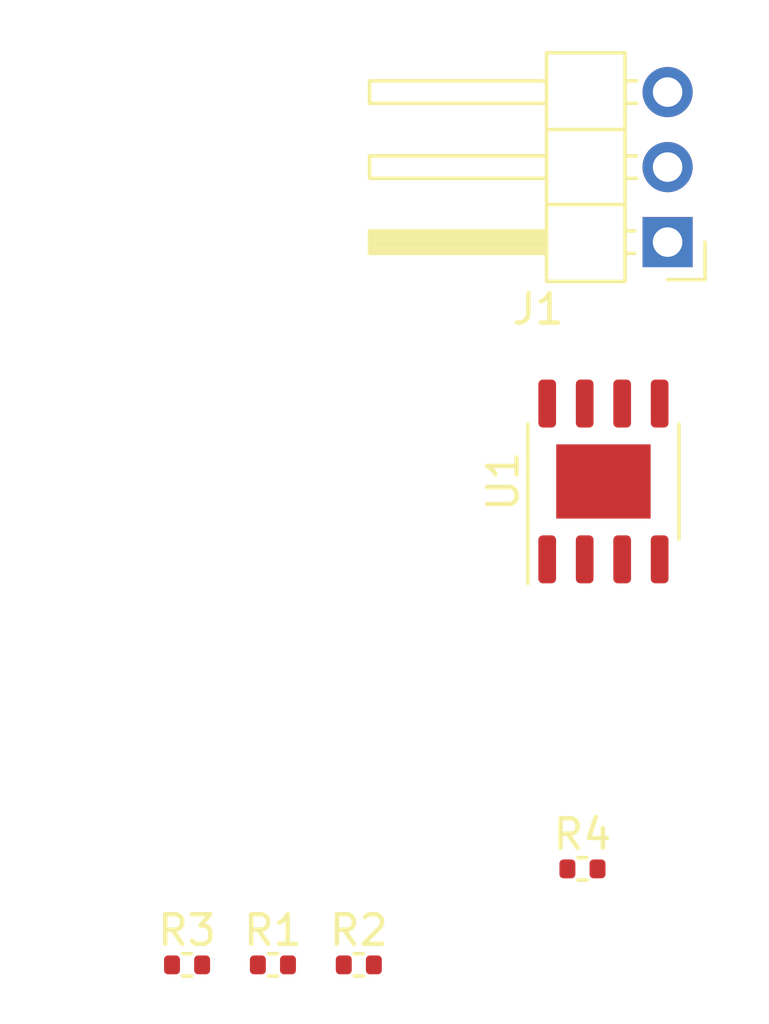
<source format=kicad_pcb>
(kicad_pcb (version 20211014) (generator pcbnew)
  (layers (0 "F.Cu" signal) (31 "B.Cu" signal) (34 "B.Paste" user) (35 "F.Paste" user) (36 "B.SilkS" user "B.Silkscreen") (37 "F.SilkS" user "F.Silkscreen") (38 "B.Mask" user) (39 "F.Mask" user) (44 "Edge.Cuts" user))
  (net 0 "")
  (net 1 "/SENSOR")
  (net 2 "/COUNTER")
  (net 3 "Net-(R2-Pad1)")
  (net 4 "+5V")
  (net 5 "GND")
  (net 6 "/REFLECTOR")
  (footprint "Connector_PinHeader_2.54mm:PinHeader_1x03_P2.54mm_Horizontal" (layer "F.Cu") (at 118.375 51.525 180)
    (fp_text reference "J1" (at 4.385 -2.27) (layer "F.SilkS"))
    (fp_text value "Conn_01x03")
    (fp_line (start 4.1 0.16) (end 10.1 0.16) (layer "F.SilkS") (width 0.12))
    (fp_line (start 4.1 4.7) (end 10.1 4.7) (layer "F.SilkS") (width 0.12))
    (fp_line (start 4.1 -0.2) (end 10.1 -0.2) (layer "F.SilkS") (width 0.12))
    (fp_line (start 10.1 2.92) (end 4.1 2.92) (layer "F.SilkS") (width 0.12))
    (fp_line (start 1.042929 2.92) (end 1.44 2.92) (layer "F.SilkS") (width 0.12))
    (fp_line (start -1.27 0) (end -1.27 -1.27) (layer "F.SilkS") (width 0.12))
    (fp_line (start -1.27 -1.27) (end 0 -1.27) (layer "F.SilkS") (width 0.12))
    (fp_line (start 1.44 1.27) (end 4.1 1.27) (layer "F.SilkS") (width 0.12))
    (fp_line (start 1.11 -0.38) (end 1.44 -0.38) (layer "F.SilkS") (width 0.12))
    (fp_line (start 4.1 6.41) (end 4.1 -1.33) (layer "F.SilkS") (width 0.12))
    (fp_line (start 4.1 -0.08) (end 10.1 -0.08) (layer "F.SilkS") (width 0.12))
    (fp_line (start 4.1 2.16) (end 10.1 2.16) (layer "F.SilkS") (width 0.12))
    (fp_line (start 4.1 0.28) (end 10.1 0.28) (layer "F.SilkS") (width 0.12))
    (fp_line (start 4.1 -0.32) (end 10.1 -0.32) (layer "F.SilkS") (width 0.12))
    (fp_line (start 1.44 3.81) (end 4.1 3.81) (layer "F.SilkS") (width 0.12))
    (fp_line (start 4.1 0.04) (end 10.1 0.04) (layer "F.SilkS") (width 0.12))
    (fp_line (start 1.042929 4.7) (end 1.44 4.7) (layer "F.SilkS") (width 0.12))
    (fp_line (start 10.1 2.16) (end 10.1 2.92) (layer "F.SilkS") (width 0.12))
    (fp_line (start 1.44 -1.33) (end 1.44 6.41) (layer "F.SilkS") (width 0.12))
    (fp_line (start 4.1 -1.33) (end 1.44 -1.33) (layer "F.SilkS") (width 0.12))
    (fp_line (start 4.1 -0.38) (end 10.1 -0.38) (layer "F.SilkS") (width 0.12))
    (fp_line (start 10.1 4.7) (end 10.1 5.46) (layer "F.SilkS") (width 0.12))
    (fp_line (start 1.44 6.41) (end 4.1 6.41) (layer "F.SilkS") (width 0.12))
    (fp_line (start 10.1 5.46) (end 4.1 5.46) (layer "F.SilkS") (width 0.12))
    (fp_line (start 10.1 -0.38) (end 10.1 0.38) (layer "F.SilkS") (width 0.12))
    (fp_line (start 10.1 0.38) (end 4.1 0.38) (layer "F.SilkS") (width 0.12))
    (fp_line (start 1.042929 5.46) (end 1.44 5.46) (layer "F.SilkS") (width 0.12))
    (fp_line (start 1.11 0.38) (end 1.44 0.38) (layer "F.SilkS") (width 0.12))
    (fp_line (start 1.042929 2.16) (end 1.44 2.16) (layer "F.SilkS") (width 0.12))
    (pad "1" thru_hole rect (at 0 0 180) (size 1.7 1.7) (drill 1) (layers *.Cu *.Mask) (net 4 "+5V"))
    (pad "2" thru_hole oval (at 0 2.54 180) (size 1.7 1.7) (drill 1) (layers *.Cu *.Mask) (net 2 "/COUNTER"))
    (pad "3" thru_hole oval (at 0 5.08 180) (size 1.7 1.7) (drill 1) (layers *.Cu *.Mask) (net 5 "GND"))
  )
  (footprint "Resistor_SMD:R_0402_1005Metric" (layer "F.Cu") (at 102.09 76)
    (fp_text reference "R3" (at 0 -1.17) (layer "F.SilkS"))
    (fp_text value "100K OHM 0402")
    (fp_line (start -0.153641 -0.38) (end 0.153641 -0.38) (layer "F.SilkS") (width 0.12))
    (fp_line (start -0.153641 0.38) (end 0.153641 0.38) (layer "F.SilkS") (width 0.12))
    (pad "1" smd roundrect (at -0.51 0) (size 0.54 0.64) (layers "F.Cu" "F.Paste" "F.Mask") (net 4 "+5V"))
    (pad "2" smd roundrect (at 0.51 0) (size 0.54 0.64) (layers "F.Cu" "F.Paste" "F.Mask") (net 3 "Net-(R2-Pad1)"))
  )
  (footprint "Package_SO:SOIC-8-1EP_3.9x4.9mm_P1.27mm_EP2.514x3.2mm" (layer "F.Cu") (at 116.2 59.63 90)
    (fp_text reference "U1" (at 0 -3.4 90) (layer "F.SilkS"))
    (fp_text value "LMV358IDR")
    (fp_line (start 0 2.56) (end -1.95 2.56) (layer "F.SilkS") (width 0.12))
    (fp_line (start 0 -2.56) (end -3.45 -2.56) (layer "F.SilkS") (width 0.12))
    (fp_line (start 0 2.56) (end 1.95 2.56) (layer "F.SilkS") (width 0.12))
    (fp_line (start 0 -2.56) (end 1.95 -2.56) (layer "F.SilkS") (width 0.12))
    (pad "1" smd roundrect (at -2.6375 -1.905 90) (size 1.625 0.6) (layers "F.Cu" "F.Paste" "F.Mask") (net 6 "/REFLECTOR"))
    (pad "2" smd roundrect (at -2.6375 -0.635 90) (size 1.625 0.6) (layers "F.Cu" "F.Paste" "F.Mask") (net 6 "/REFLECTOR"))
    (pad "3" smd roundrect (at -2.6375 0.635 90) (size 1.625 0.6) (layers "F.Cu" "F.Paste" "F.Mask") (net 1 "/SENSOR"))
    (pad "4" smd roundrect (at -2.6375 1.905 90) (size 1.625 0.6) (layers "F.Cu" "F.Paste" "F.Mask") (net 5 "GND"))
    (pad "5" smd roundrect (at 2.6375 1.905 90) (size 1.625 0.6) (layers "F.Cu" "F.Paste" "F.Mask") (net 3 "Net-(R2-Pad1)"))
    (pad "6" smd roundrect (at 2.6375 0.635 90) (size 1.625 0.6) (layers "F.Cu" "F.Paste" "F.Mask") (net 1 "/SENSOR"))
    (pad "7" smd roundrect (at 2.6375 -0.635 90) (size 1.625 0.6) (layers "F.Cu" "F.Paste" "F.Mask") (net 2 "/COUNTER"))
    (pad "8" smd roundrect (at 2.6375 -1.905 90) (size 1.625 0.6) (layers "F.Cu" "F.Paste" "F.Mask") (net 4 "+5V"))
    (pad "9" smd rect (at 0 0 90) (size 2.514 3.2) (layers "F.Cu" "F.Mask"))
  )
  (footprint "Resistor_SMD:R_0402_1005Metric" (layer "F.Cu") (at 105 76)
    (fp_text reference "R1" (at 0 -1.17) (layer "F.SilkS"))
    (fp_text value "1M OHM 0402")
    (fp_line (start -0.153641 -0.38) (end 0.153641 -0.38) (layer "F.SilkS") (width 0.12))
    (fp_line (start -0.153641 0.38) (end 0.153641 0.38) (layer "F.SilkS") (width 0.12))
    (pad "1" smd roundrect (at -0.51 0) (size 0.54 0.64) (layers "F.Cu" "F.Paste" "F.Mask") (net 1 "/SENSOR"))
    (pad "2" smd roundrect (at 0.51 0) (size 0.54 0.64) (layers "F.Cu" "F.Paste" "F.Mask") (net 2 "/COUNTER"))
  )
  (footprint "Resistor_SMD:R_0402_1005Metric" (layer "F.Cu") (at 115.49 72.75)
    (fp_text reference "R4" (at 0 -1.17) (layer "F.SilkS"))
    (fp_text value "100K OHM 0402")
    (fp_line (start -0.153641 0.38) (end 0.153641 0.38) (layer "F.SilkS") (width 0.12))
    (fp_line (start -0.153641 -0.38) (end 0.153641 -0.38) (layer "F.SilkS") (width 0.12))
    (pad "1" smd roundrect (at -0.51 0) (size 0.54 0.64) (layers "F.Cu" "F.Paste" "F.Mask") (net 5 "GND"))
    (pad "2" smd roundrect (at 0.51 0) (size 0.54 0.64) (layers "F.Cu" "F.Paste" "F.Mask") (net 3 "Net-(R2-Pad1)"))
  )
  (footprint "Resistor_SMD:R_0402_1005Metric" (layer "F.Cu") (at 107.91 76)
    (fp_text reference "R2" (at 0 -1.17) (layer "F.SilkS"))
    (fp_text value "50K OHM 0402")
    (fp_line (start -0.153641 -0.38) (end 0.153641 -0.38) (layer "F.SilkS") (width 0.12))
    (fp_line (start -0.153641 0.38) (end 0.153641 0.38) (layer "F.SilkS") (width 0.12))
    (pad "1" smd roundrect (at -0.51 0) (size 0.54 0.64) (layers "F.Cu" "F.Paste" "F.Mask") (net 3 "Net-(R2-Pad1)"))
    (pad "2" smd roundrect (at 0.51 0) (size 0.54 0.64) (layers "F.Cu" "F.Paste" "F.Mask") (net 2 "/COUNTER"))
  )
)
</source>
